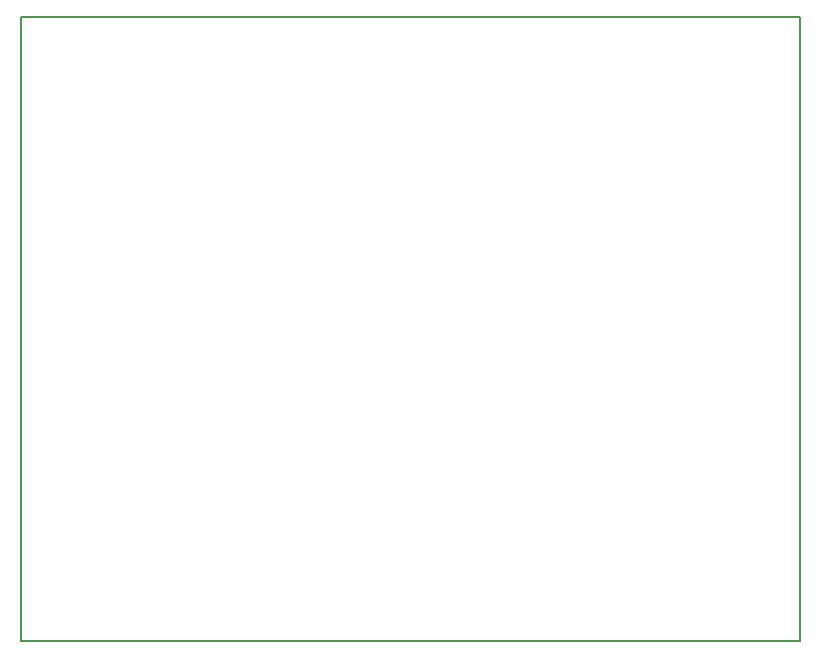
<source format=gm1>
G04 MADE WITH FRITZING*
G04 WWW.FRITZING.ORG*
G04 DOUBLE SIDED*
G04 HOLES PLATED*
G04 CONTOUR ON CENTER OF CONTOUR VECTOR*
%ASAXBY*%
%FSLAX23Y23*%
%MOIN*%
%OFA0B0*%
%SFA1.0B1.0*%
%ADD10R,2.606170X2.090260*%
%ADD11C,0.008000*%
%ADD10C,0.008*%
%LNCONTOUR*%
G90*
G70*
G54D10*
G54D11*
X4Y2086D02*
X2602Y2086D01*
X2602Y4D01*
X4Y4D01*
X4Y2086D01*
D02*
G04 End of contour*
M02*
</source>
